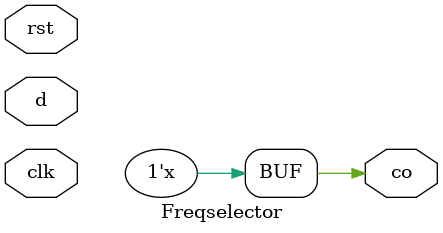
<source format=v>
module Freqselector (input clk, rst,input [2:0] d,output reg co);
	reg[8:0] cnt;
   wire carry;
    always@(posedge clk,posedge rst)begin
		
        if(rst) cnt<={d,6'b000000};
        else if (carry) cnt<={d,6'b000000};
		  else cnt<=cnt+1;
		
    end 
	 always @(cnt) begin
			if(&cnt)co<=~co;
		end
	 assign carry=&cnt;
	/*always@(d)begin
		cnt<={d,6'b111111};
	end*/

endmodule



</source>
